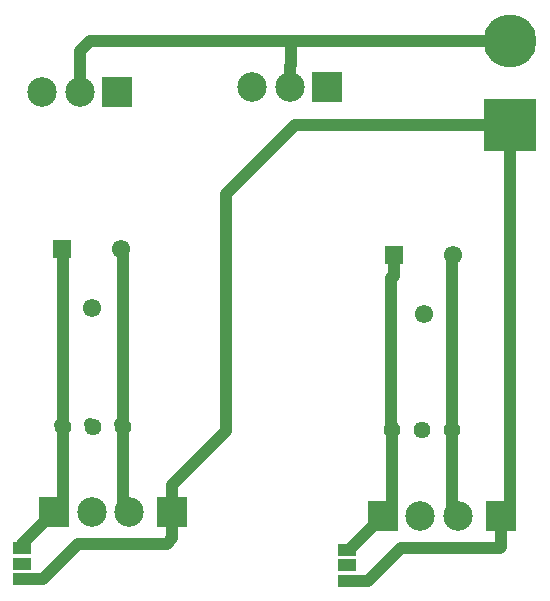
<source format=gbr>
G04 #@! TF.GenerationSoftware,KiCad,Pcbnew,(5.1.2)-1*
G04 #@! TF.CreationDate,2019-06-07T20:02:52-04:00*
G04 #@! TF.ProjectId,mini2_2,6d696e69-325f-4322-9e6b-696361645f70,rev?*
G04 #@! TF.SameCoordinates,Original*
G04 #@! TF.FileFunction,Copper,L1,Top*
G04 #@! TF.FilePolarity,Positive*
%FSLAX46Y46*%
G04 Gerber Fmt 4.6, Leading zero omitted, Abs format (unit mm)*
G04 Created by KiCad (PCBNEW (5.1.2)-1) date 2019-06-07 20:02:52*
%MOMM*%
%LPD*%
G04 APERTURE LIST*
%ADD10C,1.550000*%
%ADD11R,1.550000X1.550000*%
%ADD12R,1.500000X1.000000*%
%ADD13R,2.499360X2.499360*%
%ADD14C,2.499360*%
%ADD15R,4.500880X4.500880*%
%ADD16C,4.500880*%
%ADD17C,1.440000*%
%ADD18C,1.000000*%
G04 APERTURE END LIST*
D10*
X79939520Y-112177840D03*
D11*
X77439520Y-107177840D03*
D10*
X82439520Y-107177840D03*
X51857280Y-111713020D03*
D11*
X49357280Y-106713020D03*
D10*
X54357280Y-106713020D03*
D12*
X73469500Y-132189700D03*
X73469500Y-133489700D03*
X73469500Y-134789700D03*
X45938440Y-134629680D03*
X45938440Y-133329680D03*
X45938440Y-132029680D03*
D13*
X58651140Y-128955800D03*
X86474300Y-129339340D03*
X71798180Y-92999560D03*
D14*
X68623180Y-92999560D03*
X65448180Y-92999560D03*
X47660560Y-93383100D03*
X50835560Y-93383100D03*
D13*
X54010560Y-93383100D03*
D15*
X87297260Y-96177100D03*
D16*
X87246460Y-89082880D03*
D13*
X76502260Y-129339340D03*
D14*
X79677260Y-129339340D03*
X82852260Y-129339340D03*
D13*
X48671480Y-128955800D03*
D14*
X51846480Y-128955800D03*
X55021480Y-128955800D03*
D17*
X77228700Y-122024140D03*
X79768700Y-122024140D03*
X82308700Y-122024140D03*
X49385220Y-121754900D03*
X51925220Y-121754900D03*
X54465220Y-121754900D03*
D18*
X82219800Y-121935240D02*
X82308700Y-122024140D01*
X54198520Y-121488200D02*
X54465220Y-121754900D01*
X49198520Y-121568200D02*
X49385220Y-121754900D01*
X51698520Y-121528200D02*
X51925220Y-121754900D01*
X77219800Y-115150900D02*
X77219800Y-121555500D01*
X50835560Y-89921080D02*
X50835560Y-93383100D01*
X51673760Y-89082880D02*
X50835560Y-89921080D01*
X68712080Y-91143346D02*
X68712080Y-89082880D01*
X68623180Y-91232246D02*
X68712080Y-91143346D01*
X68623180Y-92999560D02*
X68623180Y-91232246D01*
X87246460Y-89082880D02*
X68712080Y-89082880D01*
X68712080Y-89082880D02*
X51673760Y-89082880D01*
X82308700Y-128795780D02*
X82852260Y-129339340D01*
X82308700Y-122024140D02*
X82308700Y-128795780D01*
X77228700Y-128612900D02*
X76502260Y-129339340D01*
X77228700Y-122024140D02*
X77228700Y-128612900D01*
X54465220Y-128399540D02*
X55021480Y-128955800D01*
X54465220Y-121754900D02*
X54465220Y-128399540D01*
X49385220Y-128242060D02*
X48671480Y-128955800D01*
X49385220Y-121754900D02*
X49385220Y-128242060D01*
X87297260Y-128516380D02*
X86474300Y-129339340D01*
X87297260Y-96177100D02*
X87297260Y-128516380D01*
X58651140Y-126706120D02*
X63233300Y-122123960D01*
X58651140Y-128955800D02*
X58651140Y-126706120D01*
X63233300Y-122123960D02*
X63233300Y-102006400D01*
X69062600Y-96177100D02*
X87297260Y-96177100D01*
X63233300Y-102006400D02*
X69062600Y-96177100D01*
X73651900Y-132189700D02*
X76502260Y-129339340D01*
X73469500Y-132189700D02*
X73651900Y-132189700D01*
X75219500Y-134789700D02*
X77992700Y-132016500D01*
X73469500Y-134789700D02*
X75219500Y-134789700D01*
X77992700Y-132016500D02*
X86408260Y-132016500D01*
X86474300Y-131950460D02*
X86474300Y-129339340D01*
X86408260Y-132016500D02*
X86474300Y-131950460D01*
X45938440Y-131688840D02*
X48671480Y-128955800D01*
X45938440Y-132029680D02*
X45938440Y-131688840D01*
X58651140Y-131205480D02*
X58651140Y-128955800D01*
X58221120Y-131635500D02*
X58651140Y-131205480D01*
X50682620Y-131635500D02*
X58221120Y-131635500D01*
X47688440Y-134629680D02*
X50682620Y-131635500D01*
X45938440Y-134629680D02*
X47688440Y-134629680D01*
X77219800Y-109172560D02*
X77219800Y-115150900D01*
X77439520Y-108952840D02*
X77219800Y-109172560D01*
X77439520Y-107177840D02*
X77439520Y-108952840D01*
X82308700Y-107308660D02*
X82439520Y-107177840D01*
X82308700Y-122024140D02*
X82308700Y-107308660D01*
X54465220Y-106820960D02*
X54357280Y-106713020D01*
X54465220Y-121754900D02*
X54465220Y-106820960D01*
X49385220Y-106740960D02*
X49357280Y-106713020D01*
X49385220Y-121754900D02*
X49385220Y-106740960D01*
M02*

</source>
